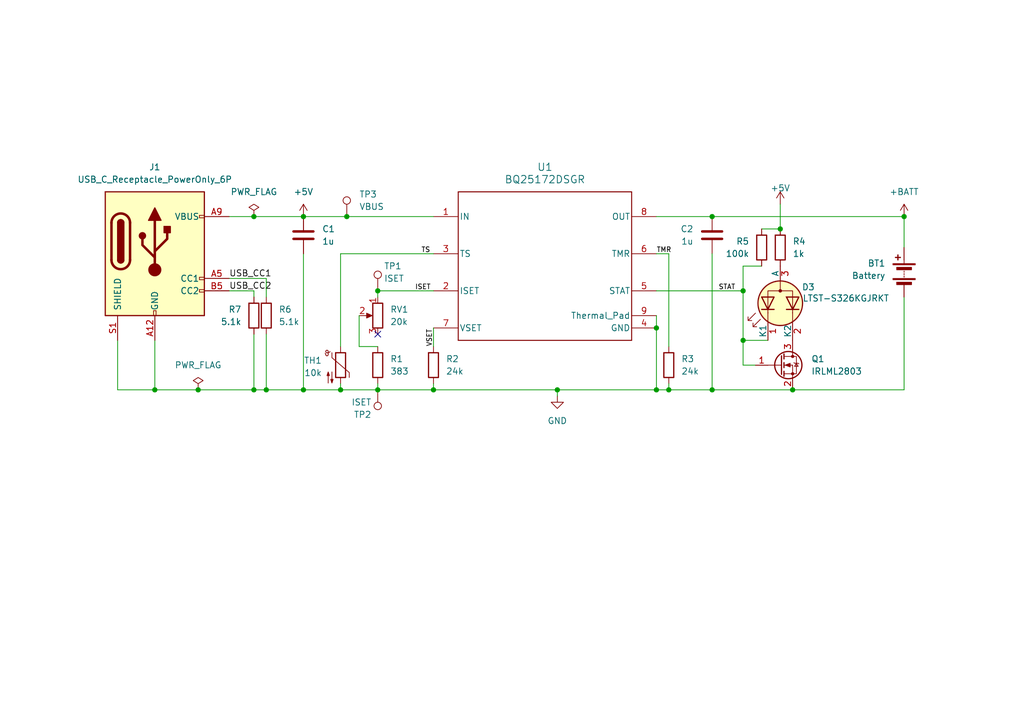
<source format=kicad_sch>
(kicad_sch (version 20250114) (generator "eeschema") (generator_version "9.0")
  (paper "A5")
  (title_block (rev "1"))
  (lib_symbols
    (symbol "2025-06-02_18-51-40:BQ25172DSGR" (pin_names (offset 0.254))
      (property "Reference" "U" (at 0 2.54 0))
      (property "Value" "BQ25172DSGR" (at 0 0 0))
      (symbol "BQ25172DSGR_0_1"
        (polyline (pts (xy 5.08 5.08) (xy 5.08 -25.4)) (stroke (width 0.2032)))
        (polyline (pts (xy 5.08 -25.4) (xy 40.64 -25.4)) (stroke (width 0.2032)))
        (polyline (pts (xy 40.64 5.08) (xy 5.08 5.08)) (stroke (width 0.2032)))
        (polyline (pts (xy 40.64 -25.4) (xy 40.64 5.08)) (stroke (width 0.2032)))
        (pin power_in line (at 0 0 0) (length 5.08) (name "IN") (number "1"))
        (pin unspecified line (at 0 -7.62 0) (length 5.08) (name "TS") (number "3"))
        (pin unspecified line (at 0 -15.24 0) (length 5.08) (name "ISET") (number "2"))
        (pin unspecified line (at 0 -22.86 0) (length 5.08) (name "VSET") (number "7"))
        (pin unspecified line (at 45.72 0 180) (length 5.08) (name "OUT") (number "8"))
        (pin input line (at 45.72 -7.62 180) (length 5.08) (name "TMR") (number "6"))
        (pin unspecified line (at 45.72 -15.24 180) (length 5.08) (name "STAT") (number "5"))
        (pin unspecified line (at 45.72 -20.32 180) (length 5.08) (name "Thermal_Pad") (number "9"))
        (pin power_in line (at 45.72 -22.86 180) (length 5.08) (name "GND") (number "4"))
      )
    )
    (symbol "Connector:TestPoint" (pin_numbers (hide yes)) (pin_names (offset 0.762) (hide yes))
      (property "Reference" "TP" (at 0 6.858 0))
      (property "Value" "TestPoint" (at 0 5.08 0))
      (symbol "TestPoint_0_1"
        (circle (center 0 3.302) (radius 0.762))
      )
      (symbol "TestPoint_1_1"
        (pin passive line (at 0 0 90) (length 2.54) (name "1") (number "1"))
      )
    )
    (symbol "Connector:USB_C_Receptacle_PowerOnly_6P" (pin_names (offset 1.016))
      (property "Reference" "J" (at 0 16.51 0))
      (property "Value" "USB_C_Receptacle_PowerOnly_6P" (at 0 13.97 0))
      (symbol "USB_C_Receptacle_PowerOnly_6P_0_0"
        (rectangle (start -0.254 -12.7) (end 0.254 -11.684))
        (rectangle (start 10.16 7.874) (end 9.144 7.366))
        (rectangle (start 10.16 -4.826) (end 9.144 -5.334))
        (rectangle (start 10.16 -7.366) (end 9.144 -7.874))
      )
      (symbol "USB_C_Receptacle_PowerOnly_6P_0_1"
        (rectangle (start -10.16 12.7) (end 10.16 -12.7) (stroke (width 0.254)) (fill (type background)))
        (polyline (pts (xy -8.89 -1.27) (xy -8.89 6.35)) (stroke (width 0.508)))
        (rectangle (start -7.62 -1.27) (end -6.35 6.35) (stroke (width 0.254)) (fill (type outline)))
        (arc (start -7.62 6.35) (mid -6.985 6.9823) (end -6.35 6.35) (stroke (width 0.254)))
        (arc (start -7.62 6.35) (mid -6.985 6.9823) (end -6.35 6.35) (stroke (width 0.254)) (fill (type outline)))
        (arc (start -8.89 6.35) (mid -6.985 8.2467) (end -5.08 6.35) (stroke (width 0.508)))
        (arc (start -5.08 -1.27) (mid -6.985 -3.1667) (end -8.89 -1.27) (stroke (width 0.508)))
        (arc (start -6.35 -1.27) (mid -6.985 -1.9023) (end -7.62 -1.27) (stroke (width 0.254)))
        (arc (start -6.35 -1.27) (mid -6.985 -1.9023) (end -7.62 -1.27) (stroke (width 0.254)) (fill (type outline)))
        (polyline (pts (xy -5.08 6.35) (xy -5.08 -1.27)) (stroke (width 0.508)))
        (circle (center -2.54 3.683) (radius 0.635) (stroke (width 0.254)) (fill (type outline)))
        (polyline (pts (xy -1.27 6.858) (xy 0 9.398) (xy 1.27 6.858) (xy -1.27 6.858)) (stroke (width 0.254)) (fill (type outline)))
        (polyline (pts (xy 0 0.508) (xy 2.54 3.048) (xy 2.54 4.318)) (stroke (width 0.508)))
        (polyline (pts (xy 0 -0.762) (xy -2.54 1.778) (xy -2.54 3.048)) (stroke (width 0.508)))
        (polyline (pts (xy 0 -3.302) (xy 0 6.858)) (stroke (width 0.508)))
        (circle (center 0 -3.302) (radius 1.27) (fill (type outline)))
        (rectangle (start 1.905 4.318) (end 3.175 5.588) (stroke (width 0.254)) (fill (type outline)))
      )
      (symbol "USB_C_Receptacle_PowerOnly_6P_1_1"
        (pin passive line (at -7.62 -17.78 90) (length 5.08) (name "SHIELD") (number "S1"))
        (pin passive line (at 0 -17.78 90) (length 5.08) (name "GND") (number "A12"))
        (pin passive line (at 0 -17.78 90) (length 5.08) (hide yes) (name "GND") (number "B12"))
        (pin passive line (at 15.24 7.62 180) (length 5.08) (name "VBUS") (number "A9"))
        (pin passive line (at 15.24 7.62 180) (length 5.08) (hide yes) (name "VBUS") (number "B9"))
        (pin bidirectional line (at 15.24 -5.08 180) (length 5.08) (name "CC1") (number "A5"))
        (pin bidirectional line (at 15.24 -7.62 180) (length 5.08) (name "CC2") (number "B5"))
      )
    )
    (symbol "Device:Battery" (pin_numbers (hide yes)) (pin_names (offset 0) (hide yes))
      (property "Reference" "BT" (at 2.54 2.54 0))
      (property "Value" "Battery" (at 2.54 0 0))
      (symbol "Battery_0_1"
        (rectangle (start -2.286 1.778) (end 2.286 1.524) (fill (type outline)))
        (rectangle (start -2.286 -1.27) (end 2.286 -1.524) (fill (type outline)))
        (rectangle (start -1.524 1.016) (end 1.524 0.508) (fill (type outline)))
        (rectangle (start -1.524 -2.032) (end 1.524 -2.54) (fill (type outline)))
        (polyline (pts (xy 0 1.778) (xy 0 2.54)))
        (polyline (pts (xy 0 0) (xy 0 0.254)))
        (polyline (pts (xy 0 -0.508) (xy 0 -0.254)))
        (polyline (pts (xy 0 -1.016) (xy 0 -0.762)))
        (polyline (pts (xy 0.762 3.048) (xy 1.778 3.048)) (stroke (width 0.254)))
        (polyline (pts (xy 1.27 3.556) (xy 1.27 2.54)) (stroke (width 0.254)))
      )
      (symbol "Battery_1_1"
        (pin passive line (at 0 5.08 270) (length 2.54) (name "+") (number "1"))
        (pin passive line (at 0 -5.08 90) (length 2.54) (name "-") (number "2"))
      )
    )
    (symbol "Device:C" (pin_numbers (hide yes)) (pin_names (offset 0.254))
      (property "Reference" "C" (at 0.635 2.54 0))
      (property "Value" "C" (at 0.635 -2.54 0))
      (symbol "C_0_1"
        (polyline (pts (xy -2.032 0.762) (xy 2.032 0.762)) (stroke (width 0.508)))
        (polyline (pts (xy -2.032 -0.762) (xy 2.032 -0.762)) (stroke (width 0.508)))
      )
      (symbol "C_1_1"
        (pin passive line (at 0 3.81 270) (length 2.794) (name "~") (number "1"))
        (pin passive line (at 0 -3.81 90) (length 2.794) (name "~") (number "2"))
      )
    )
    (symbol "Device:LED_Dual_KKA" (pin_names (offset 0))
      (property "Reference" "D" (at 0 5.715 0))
      (property "Value" "LED_Dual_KKA" (at 0 -6.35 0))
      (symbol "LED_Dual_KKA_0_1"
        (polyline (pts (xy -4.572 0) (xy -2.54 0)))
        (circle (center -2.54 0) (radius 0.2794) (fill (type outline)))
        (polyline (pts (xy -1.27 3.81) (xy -1.27 1.27) (xy 1.27 2.54) (xy -1.27 3.81)) (stroke (width 0.254)))
        (polyline (pts (xy -1.27 -1.27) (xy -1.27 -3.81) (xy 1.27 -2.54) (xy -1.27 -1.27)) (stroke (width 0.254)))
        (circle (center 0 0) (radius 4.572) (stroke (width 0.254)) (fill (type background)))
        (polyline (pts (xy 1.27 3.81) (xy 1.27 1.27)) (stroke (width 0.254)))
        (polyline (pts (xy 1.27 -1.27) (xy 1.27 -3.81)) (stroke (width 0.254)))
        (polyline (pts (xy 2.032 5.08) (xy 3.556 6.604) (xy 2.794 6.604) (xy 3.556 6.604) (xy 3.556 5.842)))
        (polyline (pts (xy 2.032 2.54) (xy -2.54 2.54) (xy -2.54 -2.54) (xy 2.032 -2.54)))
        (polyline (pts (xy 3.302 4.064) (xy 4.826 5.588) (xy 4.064 5.588) (xy 4.826 5.588) (xy 4.826 4.826)))
        (polyline (pts (xy 3.81 2.54) (xy 1.905 2.54)))
        (polyline (pts (xy 3.81 -2.54) (xy 1.905 -2.54)))
      )
      (symbol "LED_Dual_KKA_1_1"
        (pin input line (at -7.62 0 0) (length 3.048) (name "A") (number "3"))
        (pin input line (at 7.62 2.54 180) (length 3.81) (name "K1") (number "1"))
        (pin input line (at 7.62 -2.54 180) (length 3.81) (name "K2") (number "2"))
      )
    )
    (symbol "Device:R" (pin_numbers (hide yes)) (pin_names (offset 0))
      (property "Reference" "R" (at 2.032 0 90))
      (property "Value" "R" (at 0 0 90))
      (symbol "R_0_1"
        (rectangle (start -1.016 -2.54) (end 1.016 2.54) (stroke (width 0.254)))
      )
      (symbol "R_1_1"
        (pin passive line (at 0 3.81 270) (length 1.27) (name "~") (number "1"))
        (pin passive line (at 0 -3.81 90) (length 1.27) (name "~") (number "2"))
      )
    )
    (symbol "Device:R_Potentiometer" (pin_names (offset 1.016) (hide yes))
      (property "Reference" "RV" (at -4.445 0 90))
      (property "Value" "R_Potentiometer" (at -2.54 0 90))
      (symbol "R_Potentiometer_0_1"
        (rectangle (start 1.016 2.54) (end -1.016 -2.54) (stroke (width 0.254)))
        (polyline (pts (xy 1.143 0) (xy 2.286 0.508) (xy 2.286 -0.508) (xy 1.143 0)) (fill (type outline)))
        (polyline (pts (xy 2.54 0) (xy 1.524 0)))
      )
      (symbol "R_Potentiometer_1_1"
        (pin passive line (at 0 3.81 270) (length 1.27) (name "1") (number "1"))
        (pin passive line (at 0 -3.81 90) (length 1.27) (name "3") (number "3"))
        (pin passive line (at 3.81 0 180) (length 1.27) (name "2") (number "2"))
      )
    )
    (symbol "Device:Thermistor_NTC" (pin_numbers (hide yes)) (pin_names (offset 0))
      (property "Reference" "TH" (at -4.445 0 90))
      (property "Value" "Thermistor_NTC" (at 3.175 0 90))
      (symbol "Thermistor_NTC_0_1"
        (arc (start -3.175 2.413) (mid -3.0506 2.3165) (end -3.048 2.159))
        (arc (start -3.048 2.794) (mid -2.9736 2.9736) (end -2.794 3.048))
        (arc (start -2.794 3.048) (mid -2.6144 2.9736) (end -2.54 2.794))
        (arc (start -2.794 2.54) (mid -2.9736 2.6144) (end -3.048 2.794))
        (arc (start -2.794 1.905) (mid -2.9736 1.9794) (end -3.048 2.159))
        (arc (start -2.54 2.159) (mid -2.6144 1.9794) (end -2.794 1.905))
        (arc (start -2.159 2.794) (mid -2.434 2.5608) (end -2.794 2.54))
        (polyline (pts (xy -2.54 2.159) (xy -2.54 2.794)))
        (polyline (pts (xy -2.54 -3.683) (xy -2.54 -1.397) (xy -2.794 -2.159) (xy -2.286 -2.159) (xy -2.54 -1.397) (xy -2.54 -1.651)) (fill (type outline)))
        (polyline (pts (xy -1.778 2.54) (xy -1.778 1.524) (xy 1.778 -1.524) (xy 1.778 -2.54)))
        (polyline (pts (xy -1.778 -1.397) (xy -1.778 -3.683) (xy -2.032 -2.921) (xy -1.524 -2.921) (xy -1.778 -3.683) (xy -1.778 -3.429)) (fill (type outline)))
        (rectangle (start -1.016 2.54) (end 1.016 -2.54) (stroke (width 0.254)))
      )
      (symbol "Thermistor_NTC_1_1"
        (pin passive line (at 0 3.81 270) (length 1.27) (name "~") (number "1"))
        (pin passive line (at 0 -3.81 90) (length 1.27) (name "~") (number "2"))
      )
    )
    (symbol "Transistor_FET:IRLML2060" (pin_names (hide yes))
      (property "Reference" "Q" (at 5.08 1.905 0))
      (property "Value" "IRLML2060" (at 5.08 0 0))
      (symbol "IRLML2060_0_1"
        (polyline (pts (xy 0.254 1.905) (xy 0.254 -1.905)) (stroke (width 0.254)))
        (polyline (pts (xy 0.254 0) (xy -2.54 0)))
        (polyline (pts (xy 0.762 2.286) (xy 0.762 1.27)) (stroke (width 0.254)))
        (polyline (pts (xy 0.762 0.508) (xy 0.762 -0.508)) (stroke (width 0.254)))
        (polyline (pts (xy 0.762 -1.27) (xy 0.762 -2.286)) (stroke (width 0.254)))
        (polyline (pts (xy 0.762 -1.778) (xy 3.302 -1.778) (xy 3.302 1.778) (xy 0.762 1.778)))
        (polyline (pts (xy 1.016 0) (xy 2.032 0.381) (xy 2.032 -0.381) (xy 1.016 0)) (fill (type outline)))
        (circle (center 1.651 0) (radius 2.794) (stroke (width 0.254)))
        (polyline (pts (xy 2.54 2.54) (xy 2.54 1.778)))
        (circle (center 2.54 1.778) (radius 0.254) (fill (type outline)))
        (circle (center 2.54 -1.778) (radius 0.254) (fill (type outline)))
        (polyline (pts (xy 2.54 -2.54) (xy 2.54 0) (xy 0.762 0)))
        (polyline (pts (xy 2.794 0.508) (xy 2.921 0.381) (xy 3.683 0.381) (xy 3.81 0.254)))
        (polyline (pts (xy 3.302 0.381) (xy 2.921 -0.254) (xy 3.683 -0.254) (xy 3.302 0.381)))
      )
      (symbol "IRLML2060_1_1"
        (pin input line (at -5.08 0 0) (length 2.54) (name "G") (number "1"))
        (pin passive line (at 2.54 5.08 270) (length 2.54) (name "D") (number "3"))
        (pin passive line (at 2.54 -5.08 90) (length 2.54) (name "S") (number "2"))
      )
    )
    (symbol "power:+5V" (power) (pin_numbers (hide yes)) (pin_names (offset 0) (hide yes))
      (property "Value" "+5V" (at 0 3.556 0))
      (symbol "+5V_0_1"
        (polyline (pts (xy -0.762 1.27) (xy 0 2.54)))
        (polyline (pts (xy 0 2.54) (xy 0.762 1.27)))
        (polyline (pts (xy 0 0) (xy 0 2.54)))
      )
      (symbol "+5V_1_1"
        (pin power_in line (at 0 0 90) (length 0) (name "~") (number "1"))
      )
    )
    (symbol "power:+BATT" (power) (pin_numbers (hide yes)) (pin_names (offset 0) (hide yes))
      (property "Value" "+BATT" (at 0 3.556 0))
      (symbol "+BATT_0_1"
        (polyline (pts (xy -0.762 1.27) (xy 0 2.54)))
        (polyline (pts (xy 0 2.54) (xy 0.762 1.27)))
        (polyline (pts (xy 0 0) (xy 0 2.54)))
      )
      (symbol "+BATT_1_1"
        (pin power_in line (at 0 0 90) (length 0) (name "~") (number "1"))
      )
    )
    (symbol "power:GND" (power) (pin_numbers (hide yes)) (pin_names (offset 0) (hide yes))
      (property "Value" "GND" (at 0 -3.81 0))
      (symbol "GND_0_1"
        (polyline (pts (xy 0 0) (xy 0 -1.27) (xy 1.27 -1.27) (xy 0 -2.54) (xy -1.27 -1.27) (xy 0 -1.27)))
      )
      (symbol "GND_1_1"
        (pin power_in line (at 0 0 270) (length 0) (name "~") (number "1"))
      )
    )
    (symbol "power:PWR_FLAG" (power) (pin_numbers (hide yes)) (pin_names (offset 0) (hide yes))
      (property "Value" "PWR_FLAG" (at 0 3.81 0))
      (symbol "PWR_FLAG_0_0"
        (pin power_out line (at 0 0 90) (length 0) (name "~") (number "1"))
      )
      (symbol "PWR_FLAG_0_1"
        (polyline (pts (xy 0 0) (xy 0 1.27) (xy -1.016 1.905) (xy 0 2.54) (xy 1.016 1.905) (xy 0 1.27)))
      )
    )
  )
  (junction (at 134.62 80.01))
  (junction (at 77.47 80.01))
  (junction (at 114.3 80.01))
  (junction (at 185.42 44.45))
  (junction (at 152.4 69.85))
  (junction (at 160.02 46.99))
  (junction (at 69.85 80.01))
  (junction (at 77.47 59.69))
  (junction (at 162.56 80.01))
  (junction (at 71.12 44.45))
  (junction (at 52.07 80.01))
  (junction (at 146.05 80.01))
  (junction (at 88.9 80.01))
  (junction (at 31.75 80.01))
  (junction (at 40.64 80.01))
  (junction (at 54.61 80.01))
  (junction (at 62.23 44.45))
  (junction (at 137.16 80.01))
  (junction (at 134.62 67.31))
  (junction (at 62.23 80.01))
  (junction (at 52.07 44.45))
  (junction (at 146.05 44.45))
  (junction (at 152.4 59.69))
  (no_connect (at 77.47 68.58))
  (wire (pts (xy 156.21 54.61) (xy 152.4 54.61)))
  (wire (pts (xy 40.64 80.01) (xy 31.75 80.01)))
  (wire (pts (xy 77.47 80.01) (xy 88.9 80.01)))
  (wire (pts (xy 162.56 80.01) (xy 185.42 80.01)))
  (wire (pts (xy 185.42 44.45) (xy 185.42 50.8)))
  (wire (pts (xy 24.13 80.01) (xy 24.13 69.85)))
  (wire (pts (xy 146.05 80.01) (xy 162.56 80.01)))
  (wire (pts (xy 54.61 60.96) (xy 54.61 57.15)))
  (wire (pts (xy 52.07 80.01) (xy 40.64 80.01)))
  (wire (pts (xy 88.9 67.31) (xy 88.9 71.12)))
  (wire (pts (xy 46.99 44.45) (xy 52.07 44.45)))
  (wire (pts (xy 114.3 80.01) (xy 134.62 80.01)))
  (wire (pts (xy 69.85 71.12) (xy 69.85 52.07)))
  (wire (pts (xy 31.75 80.01) (xy 31.75 69.85)))
  (wire (pts (xy 54.61 57.15) (xy 46.99 57.15)))
  (wire (pts (xy 114.3 80.01) (xy 114.3 81.28)))
  (wire (pts (xy 62.23 52.07) (xy 62.23 80.01)))
  (wire (pts (xy 160.02 41.91) (xy 160.02 46.99)))
  (wire (pts (xy 152.4 69.85) (xy 157.48 69.85)))
  (wire (pts (xy 152.4 59.69) (xy 152.4 69.85)))
  (wire (pts (xy 137.16 80.01) (xy 146.05 80.01)))
  (wire (pts (xy 77.47 59.69) (xy 77.47 60.96)))
  (wire (pts (xy 137.16 78.74) (xy 137.16 80.01)))
  (wire (pts (xy 46.99 59.69) (xy 52.07 59.69)))
  (wire (pts (xy 185.42 60.96) (xy 185.42 80.01)))
  (wire (pts (xy 146.05 44.45) (xy 185.42 44.45)))
  (wire (pts (xy 54.61 80.01) (xy 62.23 80.01)))
  (wire (pts (xy 134.62 80.01) (xy 134.62 67.31)))
  (wire (pts (xy 88.9 78.74) (xy 88.9 80.01)))
  (wire (pts (xy 137.16 52.07) (xy 137.16 71.12)))
  (wire (pts (xy 24.13 80.01) (xy 31.75 80.01)))
  (wire (pts (xy 88.9 80.01) (xy 114.3 80.01)))
  (wire (pts (xy 52.07 59.69) (xy 52.07 60.96)))
  (wire (pts (xy 69.85 52.07) (xy 88.9 52.07)))
  (wire (pts (xy 69.85 78.74) (xy 69.85 80.01)))
  (wire (pts (xy 54.61 68.58) (xy 54.61 80.01)))
  (wire (pts (xy 156.21 46.99) (xy 160.02 46.99)))
  (wire (pts (xy 134.62 44.45) (xy 146.05 44.45)))
  (wire (pts (xy 69.85 80.01) (xy 77.47 80.01)))
  (wire (pts (xy 134.62 52.07) (xy 137.16 52.07)))
  (wire (pts (xy 134.62 80.01) (xy 137.16 80.01)))
  (wire (pts (xy 152.4 54.61) (xy 152.4 59.69)))
  (wire (pts (xy 77.47 80.01) (xy 77.47 78.74)))
  (wire (pts (xy 146.05 52.07) (xy 146.05 80.01)))
  (wire (pts (xy 73.66 64.77) (xy 73.66 71.12)))
  (wire (pts (xy 134.62 59.69) (xy 152.4 59.69)))
  (wire (pts (xy 73.66 71.12) (xy 77.47 71.12)))
  (wire (pts (xy 134.62 64.77) (xy 134.62 67.31)))
  (wire (pts (xy 52.07 68.58) (xy 52.07 80.01)))
  (wire (pts (xy 88.9 59.69) (xy 77.47 59.69)))
  (wire (pts (xy 71.12 44.45) (xy 88.9 44.45)))
  (wire (pts (xy 154.94 74.93) (xy 152.4 74.93)))
  (wire (pts (xy 152.4 74.93) (xy 152.4 69.85)))
  (wire (pts (xy 62.23 44.45) (xy 71.12 44.45)))
  (wire (pts (xy 52.07 44.45) (xy 62.23 44.45)))
  (wire (pts (xy 62.23 80.01) (xy 69.85 80.01)))
  (wire (pts (xy 54.61 80.01) (xy 52.07 80.01)))
  (label "USB_CC1" (at 46.99 57.15 0))
  (label "TS" (at 86.36 52.07 0) (effects (font (size 1 1))))
  (label "USB_CC2" (at 46.99 59.69 0))
  (label "VSET" (at 88.9 71.12 90) (effects (font (size 1 1))))
  (label "ISET" (at 85.09 59.69 0) (effects (font (size 1 1))))
  (label "TMR" (at 134.62 52.07 0) (effects (font (size 1 1))))
  (label "STAT" (at 147.32 59.69 0) (effects (font (size 1 1))))
  (symbol (lib_id "power:PWR_FLAG") (at 40.64 80.01 0) (mirror y) (unit 1)
    (property "Reference" "#FLG02" (effects (hide yes)))
    (property "Value" "PWR_FLAG" (at 40.64 74.93 0))
    (property "Description" "Special symbol for telling ERC where power comes from" (effects (hide yes)))
  )
  (symbol (lib_id "Device:R") (at 160.02 50.8 0) (unit 1)
    (property "Reference" "R4" (at 162.56 49.5299 0) (effects (justify left)))
    (property "Value" "1k" (at 162.56 52.0699 0) (effects (justify left)))
    (property "Footprint" "Resistor_SMD:R_0603_1608Metric" (effects (hide yes)))
    (property "Description" "Resistor" (effects (hide yes)))
  )
  (symbol (lib_id "Device:R") (at 52.07 64.77 0) (mirror y) (unit 1)
    (property "Reference" "R7" (at 49.53 63.4999 0) (effects (justify left)))
    (property "Value" "5.1k" (at 49.53 66.0399 0) (effects (justify left)))
    (property "Footprint" "Resistor_SMD:R_0402_1005Metric" (effects (hide yes)))
    (property "Description" "Resistor" (effects (hide yes)))
  )
  (symbol (lib_id "2025-06-02_18-51-40:BQ25172DSGR") (at 88.9 44.45 0) (unit 1)
    (property "Reference" "U1" (at 111.76 34.29 0) (effects (font (size 1.524 1.524))))
    (property "Value" "BQ25172DSGR" (at 111.76 36.83 0) (effects (font (size 1.524 1.524))))
    (property "Footprint" "footprints:DSG0008A-IPC_A" (effects (hide yes)))
    (property "Datasheet" "https://www.lcsc.com/datasheet/lcsc_datasheet_2410121849_Texas-Instruments-BQ25172DSGR_C5189434.pdf" (effects (hide yes)))
  )
  (symbol (lib_id "Device:R") (at 88.9 74.93 0) (unit 1)
    (property "Reference" "R2" (at 91.44 73.6599 0) (effects (justify left)))
    (property "Value" "24k" (at 91.44 76.1999 0) (effects (justify left)))
    (property "Footprint" "Resistor_SMD:R_0603_1608Metric" (effects (hide yes)))
    (property "Description" "Resistor" (effects (hide yes)))
  )
  (symbol (lib_id "Device:Thermistor_NTC") (at 69.85 74.93 0) (unit 1)
    (property "Reference" "TH1" (at 66.04 73.9774 0) (effects (justify right)))
    (property "Value" "10k" (at 66.04 76.5174 0) (effects (justify right)))
    (property "Footprint" "Resistor_THT:R_Axial_DIN0204_L3.6mm_D1.6mm_P5.08mm_Vertical" (effects (hide yes)))
    (property "Datasheet" "https://www.lcsc.com/datasheet/lcsc_datasheet_1810161324_Nanjing-Shiheng-Elec-MF52A103J3435--A1_C123373.pdf" (effects (hide yes)))
    (property "Description" "Temperature dependent resistor, negative temperature coefficient" (effects (hide yes)))
  )
  (symbol (lib_id "Connector:TestPoint") (at 71.12 44.45 0) (unit 1)
    (property "Reference" "TP3" (at 73.66 39.8779 0) (effects (justify left)))
    (property "Value" "VBUS" (at 73.66 42.4179 0) (effects (justify left)))
    (property "Footprint" "TestPoint:TestPoint_Pad_D1.0mm" (effects (hide yes)))
    (property "Description" "test point" (effects (hide yes)))
  )
  (symbol (lib_id "Transistor_FET:IRLML2060") (at 160.02 74.93 0) (unit 1)
    (property "Reference" "Q1" (at 166.37 73.6599 0) (effects (justify left)))
    (property "Value" "IRLML2803" (at 166.37 76.1999 0) (effects (justify left)))
    (property "Footprint" "Package_TO_SOT_SMD:SOT-23" (effects (hide yes)))
    (property "Datasheet" "https://www.infineon.com/dgdl/irlml2060pbf.pdf?fileId=5546d462533600a401535664b7fb25ee" (effects (hide yes)))
    (property "Description" "1.2A Id, 60V Vds, 480mOhm Rds, N-Channel HEXFET Power MOSFET, SOT-23" (effects (hide yes)))
  )
  (symbol (lib_id "power:PWR_FLAG") (at 52.07 44.45 0) (unit 1)
    (property "Reference" "#FLG01" (effects (hide yes)))
    (property "Value" "PWR_FLAG" (at 52.07 39.37 0))
    (property "Description" "Special symbol for telling ERC where power comes from" (effects (hide yes)))
  )
  (symbol (lib_id "Device:C") (at 146.05 48.26 0) (mirror y) (unit 1)
    (property "Reference" "C2" (at 142.24 46.9899 0) (effects (justify left)))
    (property "Value" "1u" (at 142.24 49.5299 0) (effects (justify left)))
    (property "Footprint" "Capacitor_SMD:C_0805_2012Metric" (effects (hide yes)))
    (property "Description" "Unpolarized capacitor" (effects (hide yes)))
  )
  (symbol (lib_id "power:+5V") (at 62.23 44.45 0) (unit 1)
    (property "Reference" "#PWR01" (effects (hide yes)))
    (property "Value" "+5V" (at 62.23 39.37 0))
    (property "Description" "Power symbol creates a global label with name \"+5V\"" (effects (hide yes)))
  )
  (symbol (lib_id "power:+5V") (at 160.02 41.91 0) (unit 1)
    (property "Reference" "#PWR04" (effects (hide yes)))
    (property "Value" "+5V" (at 160.02 38.608 0))
    (property "Description" "Power symbol creates a global label with name \"+5V\"" (effects (hide yes)))
  )
  (symbol (lib_id "Device:R") (at 156.21 50.8 0) (mirror y) (unit 1)
    (property "Reference" "R5" (at 153.67 49.5299 0) (effects (justify left)))
    (property "Value" "100k" (at 153.67 52.0699 0) (effects (justify left)))
    (property "Footprint" "Resistor_SMD:R_0805_2012Metric" (effects (hide yes)))
    (property "Description" "Resistor" (effects (hide yes)))
  )
  (symbol (lib_id "power:+BATT") (at 185.42 44.45 0) (unit 1)
    (property "Reference" "#PWR03" (effects (hide yes)))
    (property "Value" "+BATT" (at 185.42 39.37 0))
    (property "Description" "Power symbol creates a global label with name \"+BATT\"" (effects (hide yes)))
  )
  (symbol (lib_id "Device:C") (at 62.23 48.26 0) (unit 1)
    (property "Reference" "C1" (at 66.04 46.9899 0) (effects (justify left)))
    (property "Value" "1u" (at 66.04 49.5299 0) (effects (justify left)))
    (property "Footprint" "Capacitor_SMD:C_0805_2012Metric" (effects (hide yes)))
    (property "Description" "Unpolarized capacitor" (effects (hide yes)))
  )
  (symbol (lib_id "Device:R") (at 54.61 64.77 0) (unit 1)
    (property "Reference" "R6" (at 57.15 63.4999 0) (effects (justify left)))
    (property "Value" "5.1k" (at 57.15 66.0399 0) (effects (justify left)))
    (property "Footprint" "Resistor_SMD:R_0402_1005Metric" (effects (hide yes)))
    (property "Description" "Resistor" (effects (hide yes)))
  )
  (symbol (lib_id "Device:LED_Dual_KKA") (at 160.02 62.23 90) (mirror x) (unit 1)
    (property "Reference" "D3" (at 167.132 58.928 90) (effects (justify left)))
    (property "Value" "LTST-S326KGJRKT" (at 182.372 61.214 90) (effects (justify left)))
    (property "Footprint" "LED_SMD:LED_LiteOn_LTST-S326" (effects (hide yes)))
    (property "Datasheet" "https://www.lcsc.com/datasheet/lcsc_datasheet_2410121924_Lite-On-LTST-S326KGJRKT_C125116.pdf" (effects (hide yes)))
    (property "Description" "Dual LED, common anode on pin 3" (effects (hide yes)))
  )
  (symbol (lib_id "Connector:TestPoint") (at 77.47 80.01 180) (unit 1)
    (property "Reference" "TP2" (at 76.2 85.09 0) (effects (justify left)))
    (property "Value" "ISET" (at 76.2 82.55 0) (effects (justify left)))
    (property "Footprint" "TestPoint:TestPoint_Pad_D1.0mm" (effects (hide yes)))
    (property "Description" "test point" (effects (hide yes)))
  )
  (symbol (lib_id "Device:Battery") (at 185.42 55.88 0) (mirror y) (unit 1)
    (property "Reference" "BT1" (at 181.61 54.0384 0) (effects (justify left)))
    (property "Value" "Battery" (at 181.61 56.5784 0) (effects (justify left)))
    (property "Footprint" "Connector_PinHeader_2.54mm:PinHeader_1x02_P2.54mm_Vertical" (effects (hide yes)))
    (property "Description" "Multiple-cell battery" (effects (hide yes)))
  )
  (symbol (lib_id "Device:R_Potentiometer") (at 77.47 64.77 0) (mirror y) (unit 1)
    (property "Reference" "RV1" (at 80.01 63.4999 0) (effects (justify right)))
    (property "Value" "20k" (at 80.01 66.0399 0) (effects (justify right)))
    (property "Footprint" "Potentiometer_SMD:Potentiometer_Bourns_3224W_Vertical" (effects (hide yes)))
    (property "Datasheet" "https://www.lcsc.com/datasheet/lcsc_datasheet_2407101637_BOCHEN-Chengdu-Guosheng-Tech-3224W-1-203E_C27974762.pdf" (effects (hide yes)))
    (property "Description" "Potentiometer" (effects (hide yes)))
  )
  (symbol (lib_id "Device:R") (at 137.16 74.93 0) (unit 1)
    (property "Reference" "R3" (at 139.7 73.6599 0) (effects (justify left)))
    (property "Value" "24k" (at 139.7 76.1999 0) (effects (justify left)))
    (property "Footprint" "Resistor_SMD:R_0603_1608Metric" (effects (hide yes)))
    (property "Description" "Resistor" (effects (hide yes)))
  )
  (symbol (lib_id "Device:R") (at 77.47 74.93 0) (unit 1)
    (property "Reference" "R1" (at 80.01 73.6599 0) (effects (justify left)))
    (property "Value" "383" (at 80.01 76.1999 0) (effects (justify left)))
    (property "Footprint" "Resistor_SMD:R_0603_1608Metric" (effects (hide yes)))
    (property "Description" "Resistor" (effects (hide yes)))
  )
  (symbol (lib_id "Connector:TestPoint") (at 77.47 59.69 0) (unit 1)
    (property "Reference" "TP1" (at 78.74 54.61 0) (effects (justify left)))
    (property "Value" "ISET" (at 78.74 57.15 0) (effects (justify left)))
    (property "Footprint" "TestPoint:TestPoint_Pad_D1.0mm" (effects (hide yes)))
    (property "Description" "test point" (effects (hide yes)))
  )
  (symbol (lib_id "Connector:USB_C_Receptacle_PowerOnly_6P") (at 31.75 52.07 0) (unit 1)
    (property "Reference" "J1" (at 31.75 34.29 0))
    (property "Value" "USB_C_Receptacle_PowerOnly_6P" (at 31.75 36.83 0))
    (property "Footprint" "Connector_USB:USB_C_Receptacle_G-Switch_GT-USB-7010ASV" (effects (hide yes)))
    (property "Datasheet" "https://www.usb.org/sites/default/files/documents/usb_type-c.zip" (effects (hide yes)))
    (property "Description" "USB Power-Only 6P Type-C Receptacle connector" (effects (hide yes)))
  )
  (symbol (lib_id "power:GND") (at 114.3 81.28 0) (unit 1)
    (property "Reference" "#PWR02" (effects (hide yes)))
    (property "Value" "GND" (at 114.3 86.36 0))
    (property "Description" "Power symbol creates a global label with name \"GND\" , ground" (effects (hide yes)))
  )
)
</source>
